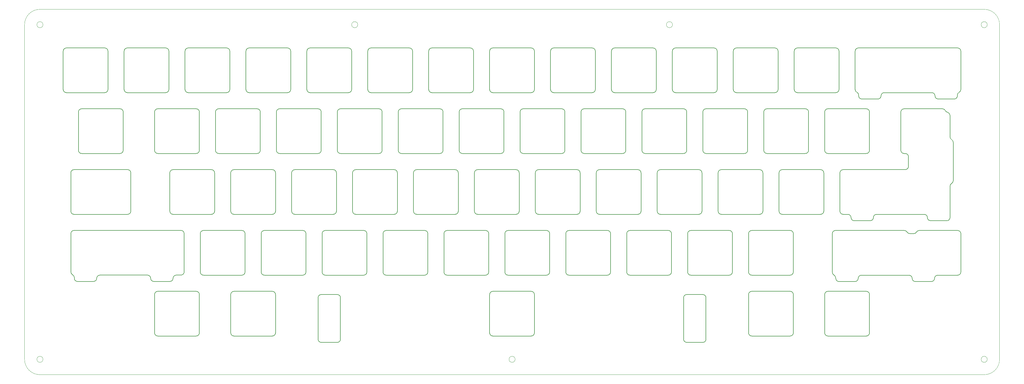
<source format=gbo>
G04 #@! TF.GenerationSoftware,KiCad,Pcbnew,5.1.10-88a1d61d58~90~ubuntu21.04.1*
G04 #@! TF.CreationDate,2021-09-17T14:10:37+02:00*
G04 #@! TF.ProjectId,unix60plate,756e6978-3630-4706-9c61-74652e6b6963,rev?*
G04 #@! TF.SameCoordinates,Original*
G04 #@! TF.FileFunction,Legend,Bot*
G04 #@! TF.FilePolarity,Positive*
%FSLAX46Y46*%
G04 Gerber Fmt 4.6, Leading zero omitted, Abs format (unit mm)*
G04 Created by KiCad (PCBNEW 5.1.10-88a1d61d58~90~ubuntu21.04.1) date 2021-09-17 14:10:37*
%MOMM*%
%LPD*%
G01*
G04 APERTURE LIST*
G04 #@! TA.AperFunction,Profile*
%ADD10C,0.200000*%
G04 #@! TD*
G04 #@! TA.AperFunction,Profile*
%ADD11C,0.050000*%
G04 #@! TD*
%ADD12C,1.000000*%
G04 APERTURE END LIST*
D10*
X57831000Y-65682200D02*
X353106000Y-65682200D01*
X53068500Y-175219700D02*
X53068500Y-70444700D01*
X353106000Y-179982200D02*
X57831000Y-179982200D01*
X357868500Y-70444700D02*
X357868500Y-175219700D01*
X307990692Y-116824140D02*
G75*
G02*
X308990692Y-115824140I1000000J0D01*
G01*
X108970523Y-148872839D02*
G75*
G02*
X107970522Y-147872838I0J1000001D01*
G01*
X245795597Y-128822828D02*
X245795597Y-116822821D01*
X68489251Y-129822828D02*
G75*
G02*
X67489251Y-128822828I0J1000000D01*
G01*
X164833054Y-109772817D02*
G75*
G02*
X163833053Y-110772818I-1000001J0D01*
G01*
X66108000Y-91722808D02*
G75*
G02*
X65107999Y-90722807I0J1000001D01*
G01*
X292421873Y-153922841D02*
G75*
G02*
X293421874Y-154922842I0J-1000001D01*
G01*
X293421874Y-166922848D02*
X293421874Y-154922842D01*
X270895610Y-129822828D02*
X282895617Y-129822828D01*
X293708123Y-78722801D02*
X293708123Y-90722807D01*
X199458072Y-91722808D02*
G75*
G02*
X198458071Y-90722807I0J1000001D01*
G01*
X251845600Y-129822828D02*
X263845607Y-129822828D01*
X198458071Y-78722801D02*
G75*
G02*
X199458072Y-77722800I1000001J0D01*
G01*
X211458078Y-77722800D02*
G75*
G02*
X212458079Y-78722801I0J-1000001D01*
G01*
X293420623Y-147872838D02*
G75*
G02*
X292420622Y-148872839I-1000001J0D01*
G01*
X160358051Y-78722801D02*
X160358051Y-90722807D01*
X212458079Y-166922848D02*
X212458079Y-154922842D01*
X145783043Y-109772817D02*
G75*
G02*
X144783042Y-110772818I-1000001J0D01*
G01*
X131783035Y-97772811D02*
X131783035Y-109772817D01*
X137545538Y-129822828D02*
G75*
G02*
X136545538Y-128822828I0J1000000D01*
G01*
X236270592Y-147872838D02*
G75*
G02*
X235270591Y-148872839I-1000001J0D01*
G01*
X161358051Y-91722807D02*
G75*
G02*
X160358051Y-90722807I0J1000000D01*
G01*
X254320602Y-134872831D02*
G75*
G02*
X255320602Y-135872831I0J-1000000D01*
G01*
X266101847Y-168922848D02*
G75*
G02*
X265101847Y-169922848I-1000000J0D01*
G01*
X260101844Y-169922848D02*
X265101847Y-169922848D01*
X260101844Y-169922848D02*
G75*
G02*
X259101844Y-168922848I0J1000000D01*
G01*
X255320602Y-147872838D02*
X255320602Y-135872831D01*
X342421942Y-130824140D02*
X342421942Y-121031190D01*
X307990692Y-116824140D02*
X307990692Y-128824140D01*
X311458942Y-130824140D02*
X311458942Y-130824140D01*
X342421942Y-98861140D02*
X342421942Y-105567089D01*
X342921942Y-106433115D02*
G75*
G02*
X343421942Y-107299140I-500000J-866025D01*
G01*
X341632155Y-97883484D02*
G75*
G02*
X342421942Y-98861140I-210213J-977656D01*
G01*
X308990692Y-129824140D02*
X310458942Y-129824140D01*
X342421942Y-130824140D02*
G75*
G02*
X341421942Y-131824140I-1000000J0D01*
G01*
X160070551Y-147872838D02*
G75*
G02*
X159070550Y-148872839I-1000001J0D01*
G01*
X123258031Y-91722808D02*
X135258037Y-91722808D01*
X166120554Y-148872839D02*
X178120560Y-148872839D01*
X123258031Y-91722808D02*
G75*
G02*
X122258030Y-90722807I0J1000001D01*
G01*
X137545538Y-129822828D02*
X149545545Y-129822828D01*
X150545545Y-128822828D02*
G75*
G02*
X149545545Y-129822828I-1000000J0D01*
G01*
X113733026Y-110772818D02*
X125733032Y-110772818D01*
X232795590Y-129822829D02*
G75*
G02*
X231795589Y-128822828I0J1000001D01*
G01*
X203220574Y-135872831D02*
X203220574Y-147872838D01*
X289945621Y-129822829D02*
G75*
G02*
X288945620Y-128822828I0J1000001D01*
G01*
X78108006Y-77722800D02*
X66108000Y-77722800D01*
X78108006Y-77722800D02*
G75*
G02*
X79108007Y-78722801I0J-1000001D01*
G01*
X279133115Y-109772817D02*
G75*
G02*
X278133114Y-110772818I-1000001J0D01*
G01*
X303233128Y-97772811D02*
X303233128Y-109772817D01*
X245795596Y-128822828D02*
G75*
G02*
X244795596Y-129822828I-1000000J0D01*
G01*
X112445525Y-128822828D02*
X112445525Y-116822821D01*
X169883055Y-97772811D02*
G75*
G02*
X170883056Y-96772810I1000001J0D01*
G01*
X182883063Y-96772811D02*
G75*
G02*
X183883063Y-97772811I0J-1000000D01*
G01*
X150833045Y-97772811D02*
G75*
G02*
X151833046Y-96772810I1000001J0D01*
G01*
X188933066Y-97772811D02*
G75*
G02*
X189933067Y-96772810I1000001J0D01*
G01*
X202933074Y-109772817D02*
X202933074Y-97772811D01*
X150808046Y-154922840D02*
X145811790Y-154922840D01*
X144811790Y-155922841D02*
X144811790Y-168922848D01*
X316234386Y-153922841D02*
G75*
G02*
X317234387Y-154922842I0J-1000001D01*
G01*
X145811790Y-169922848D02*
G75*
G02*
X144811790Y-168922848I0J1000000D01*
G01*
X93681763Y-154922842D02*
X93681763Y-166922848D01*
X93681763Y-154922842D02*
G75*
G02*
X94681764Y-153922841I1000001J0D01*
G01*
X303233127Y-154922842D02*
G75*
G02*
X304233128Y-153922841I1000001J0D01*
G01*
X328040691Y-110774140D02*
G75*
G02*
X327040691Y-109774140I0J1000000D01*
G01*
X199458072Y-91722808D02*
X211458078Y-91722808D01*
X67489251Y-116822821D02*
X67489251Y-128822828D01*
X118495528Y-129822828D02*
G75*
G02*
X117495528Y-128822828I0J1000000D01*
G01*
X198458071Y-78722801D02*
X198458071Y-90722807D01*
X316233135Y-96772810D02*
X304233128Y-96772810D01*
X317233136Y-109772817D02*
X317233136Y-97772811D01*
X278133114Y-96772810D02*
X266133108Y-96772810D01*
X117494276Y-154922842D02*
X117494276Y-166922848D01*
X98158017Y-90722807D02*
X98158017Y-78722801D01*
X122258030Y-78722801D02*
G75*
G02*
X123258031Y-77722800I1000001J0D01*
G01*
X135258037Y-77722800D02*
X123258031Y-77722800D01*
X135258037Y-77722800D02*
G75*
G02*
X136258038Y-78722801I0J-1000001D01*
G01*
X136258038Y-90722807D02*
X136258038Y-78722801D01*
X179408061Y-78722801D02*
G75*
G02*
X180408062Y-77722800I1000001J0D01*
G01*
X67489251Y-116822821D02*
G75*
G02*
X68489251Y-115822821I1000000J0D01*
G01*
X255320603Y-147872838D02*
G75*
G02*
X254320602Y-148872839I-1000001J0D01*
G01*
X208983077Y-110772818D02*
X220983084Y-110772818D01*
X106683022Y-153922841D02*
X94681764Y-153922841D01*
X146070544Y-135872831D02*
G75*
G02*
X147070544Y-134872831I1000000J0D01*
G01*
X159070550Y-134872831D02*
X147070544Y-134872831D01*
X159070550Y-134872830D02*
G75*
G02*
X160070551Y-135872831I0J-1000001D01*
G01*
X160070551Y-147872838D02*
X160070551Y-135872831D01*
X260370605Y-135872831D02*
G75*
G02*
X261370605Y-134872831I1000000J0D01*
G01*
X319463887Y-129822828D02*
X334339895Y-129822828D01*
X341632154Y-97883484D02*
G75*
G02*
X340941529Y-97339984I210213J977656D01*
G01*
X328421942Y-110774140D02*
X328040691Y-110774140D01*
X342421942Y-121031190D02*
G75*
G02*
X342921942Y-120165165I1000000J0D01*
G01*
X336339896Y-131822829D02*
X341422392Y-131822829D01*
X312458942Y-131824140D02*
X317463886Y-131822829D01*
X340040691Y-96774141D02*
G75*
G02*
X340941529Y-97339984I1J-999999D01*
G01*
X328040691Y-96774140D02*
X340040692Y-96774140D01*
X144811789Y-155922841D02*
G75*
G02*
X145811790Y-154922840I1000001J0D01*
G01*
X187645566Y-115822821D02*
G75*
G02*
X188645566Y-116822821I0J-1000000D01*
G01*
X188645566Y-128822828D02*
G75*
G02*
X187645566Y-129822828I-1000000J0D01*
G01*
X155595548Y-116822821D02*
X155595548Y-128822828D01*
X168595555Y-115822821D02*
X156595549Y-115822821D01*
X185170564Y-148872838D02*
G75*
G02*
X184170564Y-147872838I0J1000000D01*
G01*
X207983076Y-97772811D02*
G75*
G02*
X208983077Y-96772810I1000001J0D01*
G01*
X220983084Y-96772811D02*
G75*
G02*
X221983084Y-97772811I0J-1000000D01*
G01*
X297183125Y-96772811D02*
G75*
G02*
X298183125Y-97772811I0J-1000000D01*
G01*
X142308041Y-91722807D02*
G75*
G02*
X141308041Y-90722807I0J1000000D01*
G01*
X83870510Y-109772817D02*
G75*
G02*
X82870509Y-110772818I-1000001J0D01*
G01*
X304233128Y-110772817D02*
G75*
G02*
X303233128Y-109772817I0J1000000D01*
G01*
X280420616Y-167922849D02*
G75*
G02*
X279420615Y-166922848I0J1000001D01*
G01*
X170883056Y-110772817D02*
G75*
G02*
X169883056Y-109772817I0J1000000D01*
G01*
X198170572Y-147872838D02*
G75*
G02*
X197170571Y-148872839I-1000001J0D01*
G01*
X131495535Y-128822828D02*
X131495535Y-116822821D01*
X85158010Y-91722807D02*
G75*
G02*
X84158010Y-90722807I0J1000000D01*
G01*
X231795590Y-116822821D02*
G75*
G02*
X232795590Y-115822821I1000000J0D01*
G01*
X244795596Y-115822821D02*
X232795590Y-115822821D01*
X244795596Y-115822820D02*
G75*
G02*
X245795597Y-116822821I0J-1000001D01*
G01*
X250845600Y-116822821D02*
G75*
G02*
X251845600Y-115822821I1000000J0D01*
G01*
X263845607Y-115822821D02*
X251845600Y-115822821D01*
X263845607Y-115822821D02*
G75*
G02*
X264845607Y-116822821I0J-1000000D01*
G01*
X264845607Y-128822828D02*
X264845607Y-116822821D01*
X288945621Y-116822821D02*
G75*
G02*
X289945621Y-115822821I1000000J0D01*
G01*
X301945627Y-115822821D02*
X289945621Y-115822821D01*
X301945627Y-115822820D02*
G75*
G02*
X302945628Y-116822821I0J-1000001D01*
G01*
X302945628Y-128822828D02*
X302945628Y-116822821D01*
X83870509Y-109772817D02*
X83870509Y-97772811D01*
X256608103Y-91722808D02*
G75*
G02*
X255608102Y-90722807I0J1000001D01*
G01*
X136545538Y-116822821D02*
X136545538Y-128822828D01*
X288945620Y-116822821D02*
X288945620Y-128822828D01*
X76584142Y-148848739D02*
X91460142Y-148848739D01*
X101928392Y-134848739D02*
G75*
G02*
X102928392Y-135848739I0J-1000000D01*
G01*
X99460142Y-149848740D02*
X99460142Y-149848740D01*
X93460142Y-150848739D02*
X98460142Y-150848739D01*
X100460142Y-148848739D02*
X101928392Y-148848739D01*
X69584141Y-150848740D02*
G75*
G02*
X68584141Y-149848740I0J1000000D01*
G01*
X68040642Y-148738463D02*
G75*
G02*
X67497142Y-147848740I456500J889723D01*
G01*
X342921942Y-106433114D02*
G75*
G02*
X342421942Y-105567089I500000J866025D01*
G01*
X174358059Y-90722807D02*
G75*
G02*
X173358058Y-91722808I-1000001J0D01*
G01*
X94681764Y-167922849D02*
G75*
G02*
X93681763Y-166922848I0J1000001D01*
G01*
X183883063Y-109772817D02*
X183883063Y-97772811D01*
X213745580Y-129822829D02*
G75*
G02*
X212745579Y-128822828I0J1000001D01*
G01*
X202933074Y-109772817D02*
G75*
G02*
X201933073Y-110772818I-1000001J0D01*
G01*
X242320595Y-148872838D02*
G75*
G02*
X241320595Y-147872838I0J1000000D01*
G01*
X211458078Y-153922841D02*
G75*
G02*
X212458079Y-154922842I0J-1000001D01*
G01*
X117494276Y-154922842D02*
G75*
G02*
X118494277Y-153922841I1000001J0D01*
G01*
X198461814Y-154922842D02*
G75*
G02*
X199461815Y-153922841I1000001J0D01*
G01*
X316234386Y-153922841D02*
X304233128Y-153922841D01*
X255608102Y-78722801D02*
X255608102Y-90722807D01*
X304233128Y-110772818D02*
X316233135Y-110772818D01*
X241320595Y-135872831D02*
X241320595Y-147872838D01*
X265133107Y-97772811D02*
X265133107Y-109772817D01*
X118494277Y-167922849D02*
X130495535Y-167922849D01*
X93683014Y-97772811D02*
G75*
G02*
X94683015Y-96772810I1000001J0D01*
G01*
X280420616Y-148872839D02*
X292420622Y-148872839D01*
X189933067Y-110772818D02*
G75*
G02*
X188933066Y-109772817I0J1000001D01*
G01*
X70870502Y-110772817D02*
G75*
G02*
X69870502Y-109772817I0J1000000D01*
G01*
X241320595Y-135872831D02*
G75*
G02*
X242320595Y-134872831I1000000J0D01*
G01*
X66108000Y-91722808D02*
X78108006Y-91722808D01*
X261370605Y-148872838D02*
G75*
G02*
X260370605Y-147872838I0J1000000D01*
G01*
X217508082Y-78722801D02*
X217508082Y-90722807D01*
X154308048Y-77722800D02*
X142308041Y-77722800D01*
X317234387Y-166922848D02*
G75*
G02*
X316234386Y-167922849I-1000001J0D01*
G01*
X156595549Y-129822828D02*
X168595555Y-129822828D01*
X147070544Y-148872839D02*
G75*
G02*
X146070543Y-147872838I0J1000001D01*
G01*
X131495536Y-166922848D02*
G75*
G02*
X130495535Y-167922849I-1000001J0D01*
G01*
X264845607Y-128822828D02*
G75*
G02*
X263845607Y-129822828I-1000000J0D01*
G01*
X99445518Y-129822828D02*
X111445524Y-129822828D01*
X99445518Y-129822829D02*
G75*
G02*
X98445517Y-128822828I0J1000001D01*
G01*
X180408062Y-91722808D02*
G75*
G02*
X179408061Y-90722807I0J1000001D01*
G01*
X141308041Y-78722801D02*
X141308041Y-90722807D01*
X112733025Y-97772811D02*
X112733025Y-109772817D01*
X175645559Y-129822828D02*
G75*
G02*
X174645559Y-128822828I0J1000000D01*
G01*
X213745580Y-129822828D02*
X225745586Y-129822828D01*
X329421942Y-114824140D02*
X329421942Y-111774140D01*
X329421942Y-114824140D02*
G75*
G02*
X328421942Y-115824140I-1000000J0D01*
G01*
X318463886Y-130822829D02*
G75*
G02*
X317463886Y-131822829I-1000000J0D01*
G01*
X318463886Y-130822829D02*
G75*
G02*
X319463887Y-129822828I1000001J0D01*
G01*
X343421942Y-107299140D02*
X343421942Y-119299140D01*
X336339896Y-131822830D02*
G75*
G02*
X335339895Y-130822829I0J1000001D01*
G01*
X343421942Y-119299140D02*
G75*
G02*
X342921942Y-120165165I-1000000J0D01*
G01*
X334339895Y-129822829D02*
G75*
G02*
X335339895Y-130822829I0J-1000000D01*
G01*
X127020533Y-135872831D02*
G75*
G02*
X128020533Y-134872831I1000000J0D01*
G01*
X68489251Y-129822828D02*
X85251760Y-129822828D01*
X120970530Y-134872831D02*
X108970523Y-134872831D01*
X128020533Y-148872838D02*
G75*
G02*
X127020533Y-147872838I0J1000000D01*
G01*
X294708123Y-91722807D02*
G75*
G02*
X293708123Y-90722807I0J1000000D01*
G01*
X288658121Y-90722807D02*
G75*
G02*
X287658120Y-91722808I-1000001J0D01*
G01*
X146070543Y-135872831D02*
X146070543Y-147872838D01*
X94681764Y-167922849D02*
X106683022Y-167922849D01*
X260370605Y-135872831D02*
X260370605Y-147872838D01*
X199461815Y-167922848D02*
G75*
G02*
X198461815Y-166922848I0J1000000D01*
G01*
X86251760Y-128822828D02*
G75*
G02*
X85251760Y-129822828I-1000000J0D01*
G01*
X306159500Y-148874821D02*
G75*
G02*
X306701380Y-149872839I-648120J-998018D01*
G01*
X305609386Y-135872831D02*
G75*
G02*
X306609386Y-134872831I1000000J0D01*
G01*
X344809398Y-134872831D02*
X332809392Y-134872831D01*
X329871443Y-135872832D02*
G75*
G02*
X329005417Y-135372831I0J1000001D01*
G01*
X306158894Y-148875770D02*
G75*
G02*
X305609385Y-147872838I640492J1002932D01*
G01*
X337577397Y-149872839D02*
G75*
G02*
X336577396Y-150872840I-1000001J0D01*
G01*
X313701384Y-149872839D02*
G75*
G02*
X312701383Y-150872840I-1000001J0D01*
G01*
X314701384Y-148872839D02*
X329577392Y-148872839D01*
X317234387Y-166922848D02*
X317234387Y-154922842D01*
X130495535Y-153922841D02*
X118494277Y-153922841D01*
X198461815Y-154922842D02*
X198461815Y-166922848D01*
X106683022Y-153922842D02*
G75*
G02*
X107683022Y-154922842I0J-1000000D01*
G01*
X130495535Y-153922842D02*
G75*
G02*
X131495535Y-154922842I0J-1000000D01*
G01*
X211458078Y-153922841D02*
X199461815Y-153922841D01*
X251845600Y-129822828D02*
G75*
G02*
X250845600Y-128822828I0J1000000D01*
G01*
X259101844Y-155922841D02*
X259101844Y-168922848D01*
X269608110Y-90722807D02*
X269608110Y-78722801D01*
X211458078Y-77722800D02*
X199458072Y-77722800D01*
X269895610Y-116822821D02*
G75*
G02*
X270895610Y-115822821I1000000J0D01*
G01*
X212458079Y-90722807D02*
X212458079Y-78722801D01*
X84158009Y-78722801D02*
G75*
G02*
X85158010Y-77722800I1000001J0D01*
G01*
X97158017Y-77722800D02*
X85158010Y-77722800D01*
X97158017Y-77722801D02*
G75*
G02*
X98158017Y-78722801I0J-1000000D01*
G01*
X91460142Y-148848740D02*
G75*
G02*
X92460142Y-149848740I0J-1000000D01*
G01*
X68584141Y-149848740D02*
X68584141Y-149628186D01*
X75584142Y-149848740D02*
G75*
G02*
X76584142Y-148848740I1000000J0D01*
G01*
X68497142Y-134848740D02*
X101928392Y-134848740D01*
X93460142Y-150848740D02*
G75*
G02*
X92460142Y-149848740I0J1000000D01*
G01*
X102928392Y-147848740D02*
G75*
G02*
X101928392Y-148848740I-1000000J0D01*
G01*
X69584141Y-150848739D02*
X74584142Y-150848739D01*
X75584142Y-149848740D02*
G75*
G02*
X74584142Y-150848740I-1000000J0D01*
G01*
X345809399Y-147872838D02*
X345809399Y-135872831D01*
X307701380Y-150872839D02*
G75*
G02*
X306701380Y-149872839I0J1000000D01*
G01*
X331577393Y-150872840D02*
X336577396Y-150872840D01*
X338577398Y-148872838D02*
X344809398Y-148872839D01*
X331577393Y-150872839D02*
G75*
G02*
X330577393Y-149872839I0J1000000D01*
G01*
X331077341Y-135872832D02*
X329871443Y-135872831D01*
X344809398Y-134872830D02*
G75*
G02*
X345809399Y-135872831I0J-1000001D01*
G01*
X313701384Y-149872839D02*
G75*
G02*
X314701384Y-148872839I1000000J0D01*
G01*
X107683022Y-109772817D02*
X107683022Y-97772811D01*
X107683023Y-109772817D02*
G75*
G02*
X106683022Y-110772818I-1000001J0D01*
G01*
X94683015Y-110772818D02*
X106683022Y-110772818D01*
X169883056Y-97772811D02*
X169883056Y-109772817D01*
X182883063Y-96772810D02*
X170883056Y-96772810D01*
X150833046Y-97772811D02*
X150833046Y-109772817D01*
X163833053Y-96772811D02*
G75*
G02*
X164833053Y-97772811I0J-1000000D01*
G01*
X201933073Y-96772810D02*
G75*
G02*
X202933074Y-97772811I0J-1000001D01*
G01*
X131783035Y-97772811D02*
G75*
G02*
X132783036Y-96772810I1000001J0D01*
G01*
X122258030Y-78722801D02*
X122258030Y-90722807D01*
X67497142Y-135848739D02*
X67497142Y-147848740D01*
X92460142Y-149848740D02*
X92460142Y-149848740D01*
X68040642Y-148738463D02*
G75*
G02*
X68584142Y-149628186I-456500J-889723D01*
G01*
X102928392Y-135848739D02*
X102928392Y-147848740D01*
X75584142Y-149848740D02*
X75584142Y-149848740D01*
X67497142Y-135848739D02*
G75*
G02*
X68497142Y-134848739I1000000J0D01*
G01*
X99460142Y-149848740D02*
G75*
G02*
X98460142Y-150848740I-1000000J0D01*
G01*
X99460142Y-149848740D02*
G75*
G02*
X100460142Y-148848740I1000000J0D01*
G01*
X313845130Y-92502247D02*
X313845134Y-92722808D01*
X345808130Y-90722807D02*
X345808130Y-78722801D01*
X338721147Y-93722809D02*
X343721150Y-93722809D01*
X345264630Y-91612530D02*
G75*
G03*
X344721130Y-92502253I456500J-889723D01*
G01*
X313301630Y-91612524D02*
G75*
G02*
X312758130Y-90722801I456500J889723D01*
G01*
X344803145Y-77722800D02*
X313753139Y-77722800D01*
X344721151Y-92722808D02*
G75*
G02*
X343721150Y-93722809I-1000001J0D01*
G01*
X338577398Y-148872838D02*
G75*
G03*
X337577397Y-149872839I0J-1000001D01*
G01*
X298183125Y-109772817D02*
X298183125Y-97772811D01*
X246083097Y-97772811D02*
G75*
G02*
X247083098Y-96772810I1000001J0D01*
G01*
X259083104Y-96772810D02*
X247083098Y-96772810D01*
X259083104Y-96772810D02*
G75*
G02*
X260083105Y-97772811I0J-1000001D01*
G01*
X227033086Y-97772811D02*
G75*
G02*
X228033087Y-96772810I1000001J0D01*
G01*
X240033094Y-96772810D02*
X228033087Y-96772810D01*
X240033094Y-96772811D02*
G75*
G02*
X241033094Y-97772811I0J-1000000D01*
G01*
X241033094Y-109772817D02*
X241033094Y-97772811D01*
X164833053Y-109772817D02*
X164833053Y-97772811D01*
X183883064Y-109772817D02*
G75*
G02*
X182883063Y-110772818I-1000001J0D01*
G01*
X304233128Y-167922848D02*
G75*
G02*
X303233128Y-166922848I0J1000000D01*
G01*
X192408068Y-77722800D02*
X180408062Y-77722800D01*
X192408068Y-77722800D02*
G75*
G02*
X193408069Y-78722801I0J-1000001D01*
G01*
X193408069Y-90722807D02*
X193408069Y-78722801D01*
X154308048Y-77722801D02*
G75*
G02*
X155308048Y-78722801I0J-1000000D01*
G01*
X155308048Y-90722807D02*
X155308048Y-78722801D01*
X155308049Y-90722807D02*
G75*
G02*
X154308048Y-91722808I-1000001J0D01*
G01*
X142308041Y-91722808D02*
X154308048Y-91722808D01*
X160358050Y-78722801D02*
G75*
G02*
X161358051Y-77722800I1000001J0D01*
G01*
X173358058Y-77722800D02*
X161358051Y-77722800D01*
X173358058Y-77722801D02*
G75*
G02*
X174358058Y-78722801I0J-1000000D01*
G01*
X174358058Y-90722807D02*
X174358058Y-78722801D01*
X217508081Y-78722801D02*
G75*
G02*
X218508082Y-77722800I1000001J0D01*
G01*
X230508089Y-77722800D02*
X218508082Y-77722800D01*
X230508089Y-77722801D02*
G75*
G02*
X231508089Y-78722801I0J-1000000D01*
G01*
X231508089Y-90722807D02*
X231508089Y-78722801D01*
X116208027Y-77722801D02*
G75*
G02*
X117208027Y-78722801I0J-1000000D01*
G01*
X85251760Y-115822820D02*
G75*
G02*
X86251761Y-116822821I0J-1000001D01*
G01*
X260083105Y-109772817D02*
G75*
G02*
X259083104Y-110772818I-1000001J0D01*
G01*
X163833053Y-96772810D02*
X151833046Y-96772810D01*
X201933073Y-96772810D02*
X189933067Y-96772810D01*
X329577392Y-148872838D02*
G75*
G02*
X330577393Y-149872839I0J-1000001D01*
G01*
X328139391Y-134872831D02*
X306609386Y-134872831D01*
X305609385Y-135872831D02*
X305609385Y-147872838D01*
X328139391Y-134872830D02*
G75*
G02*
X329005417Y-135372831I0J-1000001D01*
G01*
X307701380Y-150872840D02*
X312701383Y-150872840D01*
X331943367Y-135372831D02*
G75*
G02*
X332809392Y-134872831I866025J-500000D01*
G01*
X345809399Y-147872838D02*
G75*
G02*
X344809398Y-148872839I-1000001J0D01*
G01*
X331077341Y-135872832D02*
G75*
G03*
X331943367Y-135372831I0J1000001D01*
G01*
X85158010Y-91722808D02*
X97158017Y-91722808D01*
X269895610Y-116822821D02*
X269895610Y-128822828D01*
X274658112Y-78722801D02*
G75*
G02*
X275658113Y-77722800I1000001J0D01*
G01*
X287658120Y-77722800D02*
X275658113Y-77722800D01*
X287658120Y-77722801D02*
G75*
G02*
X288658120Y-78722801I0J-1000000D01*
G01*
X288658120Y-90722807D02*
X288658120Y-78722801D01*
X151833046Y-110772818D02*
X163833053Y-110772818D01*
X293421874Y-166922848D02*
G75*
G02*
X292421873Y-167922849I-1000001J0D01*
G01*
X280420616Y-167922849D02*
X292421873Y-167922849D01*
X106683022Y-96772810D02*
X94683015Y-96772810D01*
X107683023Y-166922848D02*
G75*
G02*
X106683022Y-167922849I-1000001J0D01*
G01*
X85251760Y-115822821D02*
X68489251Y-115822821D01*
X86251761Y-128822828D02*
X86251761Y-116822821D01*
X317233136Y-109772817D02*
G75*
G02*
X316233135Y-110772818I-1000001J0D01*
G01*
X145811790Y-169922848D02*
X150808046Y-169922848D01*
X254320602Y-134872831D02*
X242320595Y-134872831D01*
X204220574Y-148872839D02*
X216220581Y-148872839D01*
X247083098Y-110772818D02*
X259083104Y-110772818D01*
X241033095Y-109772817D02*
G75*
G02*
X240033094Y-110772818I-1000001J0D01*
G01*
X207695576Y-128822828D02*
G75*
G02*
X206695576Y-129822828I-1000000J0D01*
G01*
X246083097Y-97772811D02*
X246083097Y-109772817D01*
X121970530Y-147872838D02*
X121970530Y-135872831D01*
X108970523Y-148872839D02*
X120970530Y-148872839D01*
X169595555Y-128822828D02*
G75*
G02*
X168595555Y-129822828I-1000000J0D01*
G01*
X94683015Y-110772817D02*
G75*
G02*
X93683015Y-109772817I0J1000000D01*
G01*
X289945621Y-129822828D02*
X301945627Y-129822828D01*
X228033087Y-110772817D02*
G75*
G02*
X227033087Y-109772817I0J1000000D01*
G01*
X169595556Y-128822828D02*
X169595556Y-116822821D01*
X313301630Y-91612524D02*
G75*
G02*
X313845130Y-92502247I-456500J-889723D01*
G01*
X321845138Y-91722808D02*
X336721146Y-91722808D01*
X320845138Y-92722808D02*
G75*
G02*
X319845137Y-93722809I-1000001J0D01*
G01*
X312758130Y-78722801D02*
G75*
G02*
X313758130Y-77722801I1000000J0D01*
G01*
X320845138Y-92722808D02*
G75*
G02*
X321845138Y-91722808I1000000J0D01*
G01*
X336721146Y-91722807D02*
G75*
G02*
X337721147Y-92722808I0J-1000001D01*
G01*
X314845134Y-93722809D02*
X319845137Y-93722809D01*
X345264630Y-91612530D02*
G75*
G03*
X345808130Y-90722807I-456500J889723D01*
G01*
X314845134Y-93722808D02*
G75*
G02*
X313845134Y-92722808I0J1000000D01*
G01*
X312758130Y-78722801D02*
X312758130Y-90722801D01*
X338721147Y-93722808D02*
G75*
G02*
X337721147Y-92722808I0J1000000D01*
G01*
X344808129Y-77722800D02*
G75*
G02*
X345808130Y-78722801I0J-1000001D01*
G01*
X344721130Y-92502253D02*
X344721151Y-92722808D01*
X293708122Y-78722801D02*
G75*
G02*
X294708123Y-77722800I1000001J0D01*
G01*
X178120560Y-134872831D02*
X166120554Y-134872831D01*
X179120561Y-147872838D02*
X179120561Y-135872831D01*
X235270591Y-134872830D02*
G75*
G02*
X236270592Y-135872831I0J-1000001D01*
G01*
X236270592Y-147872838D02*
X236270592Y-135872831D01*
X307708130Y-90722807D02*
X307708130Y-78722801D01*
X255608102Y-78722801D02*
G75*
G02*
X256608103Y-77722800I1000001J0D01*
G01*
X150808046Y-154922841D02*
G75*
G02*
X151808046Y-155922841I0J-1000000D01*
G01*
X268608109Y-77722800D02*
X256608103Y-77722800D01*
X268608109Y-77722800D02*
G75*
G02*
X269608110Y-78722801I0J-1000001D01*
G01*
X174645559Y-116822821D02*
X174645559Y-128822828D01*
X165120553Y-135872831D02*
X165120553Y-147872838D01*
X285183118Y-110772818D02*
X297183125Y-110772818D01*
X118494277Y-167922849D02*
G75*
G02*
X117494276Y-166922848I0J1000001D01*
G01*
X279420615Y-154922842D02*
X279420615Y-166922848D01*
X221983085Y-109772817D02*
G75*
G02*
X220983084Y-110772818I-1000001J0D01*
G01*
X285183118Y-110772817D02*
G75*
G02*
X284183118Y-109772817I0J1000000D01*
G01*
X79108007Y-90722807D02*
X79108007Y-78722801D01*
X284183117Y-97772811D02*
G75*
G02*
X285183118Y-96772810I1000001J0D01*
G01*
X141020541Y-147872838D02*
G75*
G02*
X140020540Y-148872839I-1000001J0D01*
G01*
X273370612Y-134872831D02*
X261370605Y-134872831D01*
X198170571Y-147872838D02*
X198170571Y-135872831D01*
X136258038Y-90722807D02*
G75*
G02*
X135258037Y-91722808I-1000001J0D01*
G01*
X193695569Y-116822821D02*
X193695569Y-128822828D01*
X237558092Y-91722807D02*
G75*
G02*
X236558092Y-90722807I0J1000000D01*
G01*
X151833046Y-110772817D02*
G75*
G02*
X150833046Y-109772817I0J1000000D01*
G01*
X116208027Y-77722800D02*
X104208020Y-77722800D01*
X151808046Y-168922848D02*
G75*
G02*
X150808046Y-169922848I-1000000J0D01*
G01*
X166120554Y-148872839D02*
G75*
G02*
X165120553Y-147872838I0J1000001D01*
G01*
X225745586Y-115822821D02*
X213745580Y-115822821D01*
X225745586Y-115822820D02*
G75*
G02*
X226745587Y-116822821I0J-1000001D01*
G01*
X117495528Y-116822821D02*
X117495528Y-128822828D01*
X117495528Y-116822821D02*
G75*
G02*
X118495528Y-115822821I1000000J0D01*
G01*
X130495535Y-115822821D02*
X118495528Y-115822821D01*
X307708131Y-90722807D02*
G75*
G02*
X306708130Y-91722808I-1000001J0D01*
G01*
X130495535Y-115822821D02*
G75*
G02*
X131495535Y-116822821I0J-1000000D01*
G01*
X136545538Y-116822821D02*
G75*
G02*
X137545538Y-115822821I1000000J0D01*
G01*
X149545545Y-115822821D02*
X137545538Y-115822821D01*
X149545545Y-115822821D02*
G75*
G02*
X150545545Y-116822821I0J-1000000D01*
G01*
X150545545Y-128822828D02*
X150545545Y-116822821D01*
X187645566Y-115822821D02*
X175645559Y-115822821D01*
X127020533Y-135872831D02*
X127020533Y-147872838D01*
X228033087Y-110772818D02*
X240033094Y-110772818D01*
X261370605Y-148872839D02*
X273370612Y-148872839D01*
X84158010Y-78722801D02*
X84158010Y-90722807D01*
X189933067Y-110772818D02*
X201933073Y-110772818D01*
X103208020Y-78722801D02*
X103208020Y-90722807D01*
X132783036Y-110772818D02*
X144783042Y-110772818D01*
X144783042Y-96772810D02*
X132783036Y-96772810D01*
X144783042Y-96772810D02*
G75*
G02*
X145783043Y-97772811I0J-1000001D01*
G01*
X145783043Y-109772817D02*
X145783043Y-97772811D01*
X112733025Y-97772811D02*
G75*
G02*
X113733026Y-96772810I1000001J0D01*
G01*
X125733032Y-96772810D02*
X113733026Y-96772810D01*
X125733032Y-96772810D02*
G75*
G02*
X126733033Y-97772811I0J-1000001D01*
G01*
X126733033Y-109772817D02*
X126733033Y-97772811D01*
X236558091Y-78722801D02*
G75*
G02*
X237558092Y-77722800I1000001J0D01*
G01*
X249558099Y-77722800D02*
X237558092Y-77722800D01*
X249558099Y-77722801D02*
G75*
G02*
X250558099Y-78722801I0J-1000000D01*
G01*
X250558099Y-90722807D02*
X250558099Y-78722801D01*
X298183126Y-109772817D02*
G75*
G02*
X297183125Y-110772818I-1000001J0D01*
G01*
X218508082Y-91722808D02*
X230508089Y-91722808D01*
X140020540Y-134872831D02*
X128020533Y-134872831D01*
X266133108Y-110772818D02*
X278133114Y-110772818D01*
X113733026Y-110772818D02*
G75*
G02*
X112733025Y-109772817I0J1000001D01*
G01*
X227033087Y-97772811D02*
X227033087Y-109772817D01*
X327040691Y-97774140D02*
G75*
G02*
X328040691Y-96774140I1000000J0D01*
G01*
X184170564Y-135872831D02*
X184170564Y-147872838D01*
X98158018Y-90722807D02*
G75*
G02*
X97158017Y-91722808I-1000001J0D01*
G01*
X226745586Y-128822828D02*
G75*
G02*
X225745586Y-129822828I-1000000J0D01*
G01*
X199461815Y-167922848D02*
X211458078Y-167922849D01*
X107970522Y-135872831D02*
X107970522Y-147872838D01*
X327040691Y-97774140D02*
X327040691Y-109774140D01*
X117208027Y-90722807D02*
X117208027Y-78722801D01*
X117208028Y-90722807D02*
G75*
G02*
X116208027Y-91722808I-1000001J0D01*
G01*
X104208020Y-91722808D02*
X116208027Y-91722808D01*
X179408061Y-78722801D02*
X179408061Y-90722807D01*
X132783036Y-110772818D02*
G75*
G02*
X131783035Y-109772817I0J1000001D01*
G01*
X131495535Y-128822828D02*
G75*
G02*
X130495535Y-129822828I-1000000J0D01*
G01*
X118495528Y-129822828D02*
X130495535Y-129822828D01*
X188933066Y-97772811D02*
X188933066Y-109772817D01*
X141308040Y-78722801D02*
G75*
G02*
X142308041Y-77722800I1000001J0D01*
G01*
X306708130Y-77722800D02*
X294708123Y-77722800D01*
X306708130Y-77722801D02*
G75*
G02*
X307708130Y-78722801I0J-1000000D01*
G01*
X222270585Y-135872831D02*
G75*
G02*
X223270585Y-134872831I1000000J0D01*
G01*
X216220581Y-134872831D02*
X204220574Y-134872831D01*
X217220581Y-147872838D02*
X217220581Y-135872831D01*
X292420622Y-134872831D02*
X280420616Y-134872831D01*
X107970523Y-135872831D02*
G75*
G02*
X108970523Y-134872831I1000000J0D01*
G01*
X147070544Y-148872839D02*
X159070550Y-148872839D01*
X65107999Y-78722801D02*
G75*
G02*
X66108000Y-77722800I1000001J0D01*
G01*
X188645566Y-128822828D02*
X188645566Y-116822821D01*
X175645559Y-129822828D02*
X187645566Y-129822828D01*
X155595549Y-116822821D02*
G75*
G02*
X156595549Y-115822821I1000000J0D01*
G01*
X168595555Y-115822820D02*
G75*
G02*
X169595556Y-116822821I0J-1000001D01*
G01*
X266101848Y-168922848D02*
X266101848Y-155922841D01*
X220983084Y-96772810D02*
X208983077Y-96772810D01*
X221983084Y-109772817D02*
X221983084Y-97772811D01*
X297183125Y-96772810D02*
X285183118Y-96772810D01*
X275658113Y-91722808D02*
X287658120Y-91722808D01*
X223270585Y-148872839D02*
X235270591Y-148872839D01*
X156595549Y-129822829D02*
G75*
G02*
X155595548Y-128822828I0J1000001D01*
G01*
X112445524Y-128822828D02*
G75*
G02*
X111445524Y-129822828I-1000000J0D01*
G01*
X310458942Y-129824140D02*
G75*
G02*
X311458942Y-130824140I0J-1000000D01*
G01*
X280420616Y-148872839D02*
G75*
G02*
X279420615Y-147872838I0J1000001D01*
G01*
X79108007Y-90722807D02*
G75*
G02*
X78108006Y-91722808I-1000001J0D01*
G01*
X107683022Y-166922848D02*
X107683022Y-154922842D01*
X279420615Y-154922842D02*
G75*
G02*
X280420616Y-153922841I1000001J0D01*
G01*
X237558092Y-91722808D02*
X249558099Y-91722808D01*
X260083105Y-109772817D02*
X260083105Y-97772811D01*
X70870502Y-110772818D02*
X82870509Y-110772818D01*
X194695569Y-129822828D02*
X206695576Y-129822828D01*
X250558100Y-90722807D02*
G75*
G02*
X249558099Y-91722808I-1000001J0D01*
G01*
X247083098Y-110772818D02*
G75*
G02*
X246083097Y-109772817I0J1000001D01*
G01*
X308990692Y-129824140D02*
G75*
G02*
X307990692Y-128824140I0J1000000D01*
G01*
X222270584Y-135872831D02*
X222270584Y-147872838D01*
X184170564Y-135872831D02*
G75*
G02*
X185170564Y-134872831I1000000J0D01*
G01*
X242320595Y-148872839D02*
X254320602Y-148872839D01*
X197170571Y-134872831D02*
X185170564Y-134872831D01*
X273370612Y-134872831D02*
G75*
G02*
X274370612Y-135872831I0J-1000000D01*
G01*
X131495535Y-166922848D02*
X131495535Y-154922842D01*
X165120554Y-135872831D02*
G75*
G02*
X166120554Y-134872831I1000000J0D01*
G01*
X178120560Y-134872830D02*
G75*
G02*
X179120561Y-135872831I0J-1000001D01*
G01*
X235270591Y-134872831D02*
X223270585Y-134872831D01*
X203220574Y-135872831D02*
G75*
G02*
X204220574Y-134872831I1000000J0D01*
G01*
X216220581Y-134872831D02*
G75*
G02*
X217220581Y-135872831I0J-1000000D01*
G01*
X279420616Y-135872831D02*
G75*
G02*
X280420616Y-134872831I1000000J0D01*
G01*
X236558092Y-78722801D02*
X236558092Y-90722807D01*
X265101847Y-154922840D02*
G75*
G02*
X266101848Y-155922841I0J-1000001D01*
G01*
X232795590Y-129822828D02*
X244795596Y-129822828D01*
X294708123Y-91722808D02*
X306708130Y-91722808D01*
X208983077Y-110772817D02*
G75*
G02*
X207983077Y-109772817I0J1000000D01*
G01*
X303233128Y-154922842D02*
X303233128Y-166922848D01*
X266133108Y-110772818D02*
G75*
G02*
X265133107Y-109772817I0J1000001D01*
G01*
X193408069Y-90722807D02*
G75*
G02*
X192408068Y-91722808I-1000001J0D01*
G01*
X274370613Y-147872838D02*
G75*
G02*
X273370612Y-148872839I-1000001J0D01*
G01*
X269608110Y-90722807D02*
G75*
G02*
X268608109Y-91722808I-1000001J0D01*
G01*
X231508090Y-90722807D02*
G75*
G02*
X230508089Y-91722808I-1000001J0D01*
G01*
X256608103Y-91722808D02*
X268608109Y-91722808D01*
X328421942Y-110774140D02*
G75*
G02*
X329421942Y-111774140I0J-1000000D01*
G01*
X308990692Y-115824140D02*
X328421942Y-115824140D01*
X292421873Y-153922841D02*
X280420616Y-153922841D01*
X217220582Y-147872838D02*
G75*
G02*
X216220581Y-148872839I-1000001J0D01*
G01*
X126733033Y-109772817D02*
G75*
G02*
X125733032Y-110772818I-1000001J0D01*
G01*
X65107999Y-78722801D02*
X65107999Y-90722807D01*
X279420615Y-135872831D02*
X279420615Y-147872838D01*
X274658113Y-78722801D02*
X274658113Y-90722807D01*
X283895617Y-128822828D02*
G75*
G02*
X282895617Y-129822828I-1000000J0D01*
G01*
X194695569Y-129822828D02*
G75*
G02*
X193695569Y-128822828I0J1000000D01*
G01*
X303233127Y-97772811D02*
G75*
G02*
X304233128Y-96772810I1000001J0D01*
G01*
X316233135Y-96772810D02*
G75*
G02*
X317233136Y-97772811I0J-1000001D01*
G01*
X265133107Y-97772811D02*
G75*
G02*
X266133108Y-96772810I1000001J0D01*
G01*
X278133114Y-96772810D02*
G75*
G02*
X279133115Y-97772811I0J-1000001D01*
G01*
X279133115Y-109772817D02*
X279133115Y-97772811D01*
X69870502Y-97772811D02*
X69870502Y-109772817D01*
X69870501Y-97772811D02*
G75*
G02*
X70870502Y-96772810I1000001J0D01*
G01*
X82870509Y-96772810D02*
X70870502Y-96772810D01*
X82870509Y-96772811D02*
G75*
G02*
X83870509Y-97772811I0J-1000000D01*
G01*
X106683022Y-96772811D02*
G75*
G02*
X107683022Y-97772811I0J-1000000D01*
G01*
X98445517Y-116822821D02*
X98445517Y-128822828D01*
X98445518Y-116822821D02*
G75*
G02*
X99445518Y-115822821I1000000J0D01*
G01*
X111445524Y-115822821D02*
X99445518Y-115822821D01*
X111445524Y-115822820D02*
G75*
G02*
X112445525Y-116822821I0J-1000001D01*
G01*
X197170571Y-134872831D02*
G75*
G02*
X198170571Y-135872831I0J-1000000D01*
G01*
X274370612Y-147872838D02*
X274370612Y-135872831D01*
X93683015Y-97772811D02*
X93683015Y-109772817D01*
X170883056Y-110772818D02*
X182883063Y-110772818D01*
X259101843Y-155922841D02*
G75*
G02*
X260101844Y-154922840I1000001J0D01*
G01*
X250845600Y-116822821D02*
X250845600Y-128822828D01*
X292420622Y-134872830D02*
G75*
G02*
X293420623Y-135872831I0J-1000001D01*
G01*
X293420623Y-147872838D02*
X293420623Y-135872831D01*
X140020540Y-134872831D02*
G75*
G02*
X141020540Y-135872831I0J-1000000D01*
G01*
X141020540Y-147872838D02*
X141020540Y-135872831D01*
X128020533Y-148872839D02*
X140020540Y-148872839D01*
X120970530Y-134872831D02*
G75*
G02*
X121970530Y-135872831I0J-1000000D01*
G01*
X121970531Y-147872838D02*
G75*
G02*
X120970530Y-148872839I-1000001J0D01*
G01*
X282895617Y-115822821D02*
X270895610Y-115822821D01*
X282895617Y-115822821D02*
G75*
G02*
X283895617Y-116822821I0J-1000000D01*
G01*
X283895617Y-128822828D02*
X283895617Y-116822821D01*
X231795589Y-116822821D02*
X231795589Y-128822828D01*
X212458079Y-166922848D02*
G75*
G02*
X211458078Y-167922849I-1000001J0D01*
G01*
X180408062Y-91722808D02*
X192408068Y-91722808D01*
X179120561Y-147872838D02*
G75*
G02*
X178120560Y-148872839I-1000001J0D01*
G01*
X304233128Y-167922849D02*
X316234386Y-167922849D01*
X193695569Y-116822821D02*
G75*
G02*
X194695569Y-115822821I1000000J0D01*
G01*
X206695576Y-115822821D02*
X194695569Y-115822821D01*
X206695576Y-115822821D02*
G75*
G02*
X207695576Y-116822821I0J-1000000D01*
G01*
X151808046Y-168922848D02*
X151808046Y-155922841D01*
X207695576Y-128822828D02*
X207695576Y-116822821D01*
X185170564Y-148872839D02*
X197170571Y-148872839D01*
X212745579Y-116822821D02*
X212745579Y-128822828D01*
X302945627Y-128822828D02*
G75*
G02*
X301945627Y-129822828I-1000000J0D01*
G01*
X212745580Y-116822821D02*
G75*
G02*
X213745580Y-115822821I1000000J0D01*
G01*
X218508082Y-91722807D02*
G75*
G02*
X217508082Y-90722807I0J1000000D01*
G01*
X212458079Y-90722807D02*
G75*
G02*
X211458078Y-91722808I-1000001J0D01*
G01*
X204220574Y-148872838D02*
G75*
G02*
X203220574Y-147872838I0J1000000D01*
G01*
X174645559Y-116822821D02*
G75*
G02*
X175645559Y-115822821I1000000J0D01*
G01*
X270895610Y-129822828D02*
G75*
G02*
X269895610Y-128822828I0J1000000D01*
G01*
X226745587Y-128822828D02*
X226745587Y-116822821D01*
X103208019Y-78722801D02*
G75*
G02*
X104208020Y-77722800I1000001J0D01*
G01*
X207983077Y-97772811D02*
X207983077Y-109772817D01*
X104208020Y-91722807D02*
G75*
G02*
X103208020Y-90722807I0J1000000D01*
G01*
X161358051Y-91722808D02*
X173358058Y-91722808D01*
X223270585Y-148872839D02*
G75*
G02*
X222270584Y-147872838I0J1000001D01*
G01*
X284183118Y-97772811D02*
X284183118Y-109772817D01*
X275658113Y-91722807D02*
G75*
G02*
X274658113Y-90722807I0J1000000D01*
G01*
X265101847Y-154922840D02*
X260101844Y-154922840D01*
X312458942Y-131824140D02*
G75*
G02*
X311458942Y-130824140I0J1000000D01*
G01*
D11*
X255632700Y-70444700D02*
G75*
G03*
X255632700Y-70444700I-950000J0D01*
G01*
X354056000Y-70444700D02*
G75*
G03*
X354056000Y-70444700I-950000J0D01*
G01*
X157209400Y-70444700D02*
G75*
G03*
X157209400Y-70444700I-950000J0D01*
G01*
D10*
X353106000Y-65682200D02*
G75*
G02*
X357868500Y-70444700I0J-4762500D01*
G01*
X357868500Y-175219700D02*
G75*
G02*
X353106000Y-179982200I-4762500J0D01*
G01*
X57831000Y-179982200D02*
G75*
G02*
X53068500Y-175219700I0J4762500D01*
G01*
X53068500Y-70444700D02*
G75*
G02*
X57831000Y-65682200I4762500J0D01*
G01*
D11*
X58781000Y-175219700D02*
G75*
G03*
X58781000Y-175219700I-950000J0D01*
G01*
X354056000Y-175219700D02*
G75*
G03*
X354056000Y-175219700I-950000J0D01*
G01*
X206421100Y-175219700D02*
G75*
G03*
X206421100Y-175219700I-950000J0D01*
G01*
X58781000Y-70444700D02*
G75*
G03*
X58781000Y-70444700I-950000J0D01*
G01*
%LPC*%
D12*
X353106000Y-66182200D02*
G75*
G02*
X357368500Y-70444700I0J-4262500D01*
G01*
X357368500Y-175219700D02*
G75*
G02*
X353106000Y-179482200I-4262500J0D01*
G01*
X57831000Y-179482200D02*
G75*
G02*
X53568500Y-175219700I0J4262500D01*
G01*
X53568500Y-70444700D02*
G75*
G02*
X57831000Y-66182200I4262500J0D01*
G01*
X57831000Y-66182200D02*
X353106000Y-66182200D01*
X53568500Y-175219700D02*
X53568500Y-70444700D01*
X357368500Y-70444700D02*
X357368500Y-175219700D01*
X353106000Y-179482200D02*
X57831000Y-179482200D01*
M02*

</source>
